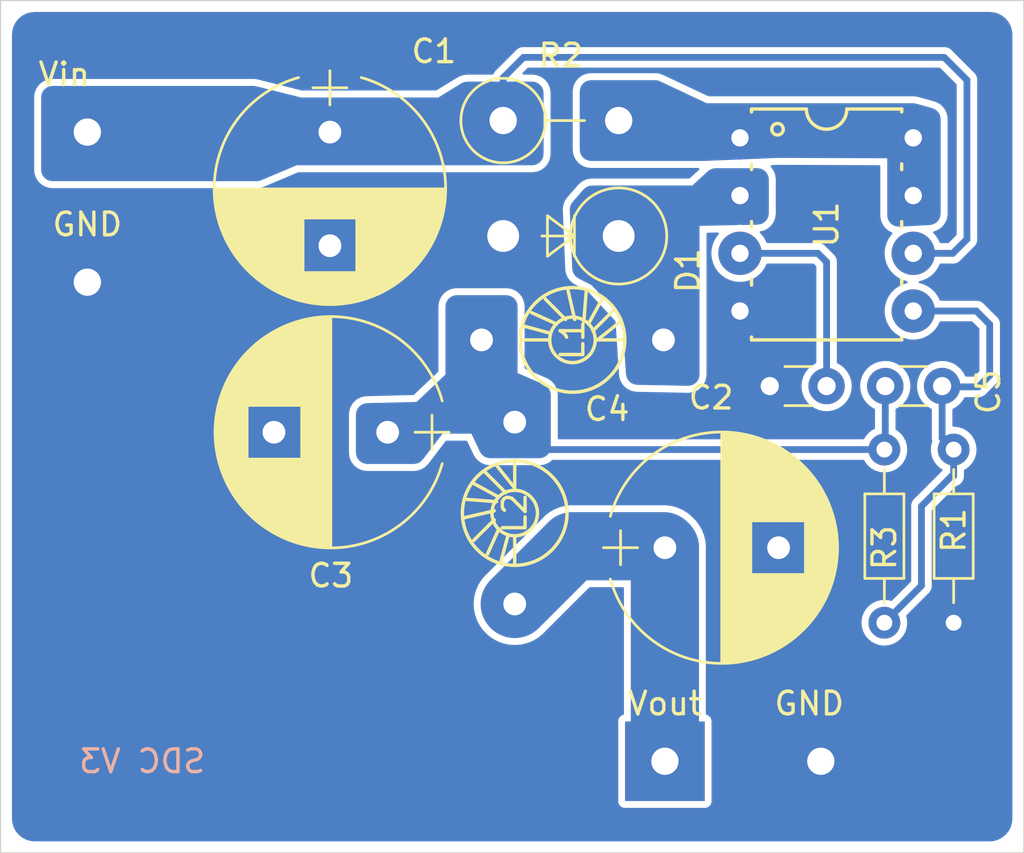
<source format=kicad_pcb>
(kicad_pcb (version 20211014) (generator pcbnew)
  (layers (0 "F.Cu" signal) (31 "B.Cu" signal) (34 "B.Paste" user) (35 "F.Paste" user) (36 "B.SilkS" user "B.Silkscreen") (37 "F.SilkS" user "F.Silkscreen") (38 "B.Mask" user) (39 "F.Mask" user) (44 "Edge.Cuts" user))
  (net 0 "")
  (net 1 "GNDREF")
  (net 2 "VCC")
  (net 3 "Net-(C2-Pad1)")
  (net 4 "Vout1")
  (net 5 "Vout2")
  (net 6 "Net-(D1-Pad1)")
  (net 7 "Net-(R2-Pad2)")
  (net 8 "Net-(C5-Pad1)")
  (footprint "Capacitors_ThroughHole:CP_Radial_D10.0mm_P5.00mm" (layer "F.Cu") (at 125.984 81.788 -90)
    (fp_text reference "C1" (at -3.556 -4.572 180) (layer "F.SilkS"))
    (fp_text value "100uF25v")
    (pad "1" thru_hole rect locked (at 0 0 270) (size 2 2) (drill 1) (layers *.Cu *.Mask) (net 2 "VCC"))
    (pad "2" thru_hole circle locked (at 5 0 270) (size 2 2) (drill 1) (layers *.Cu *.Mask) (net 1 "GNDREF"))
  )
  (footprint "Capacitors_ThroughHole:C_Disc_D3.0mm_W1.6mm_P2.50mm" (layer "F.Cu") (at 147.828 92.964 180)
    (fp_text reference "C2" (at 5.08 -0.508) (layer "F.SilkS"))
    (fp_text value "470pF")
    (pad "1" thru_hole circle locked (at 0 0 180) (size 1.6 1.6) (drill 0.8) (layers *.Cu *.Mask) (net 3 "Net-(C2-Pad1)"))
    (pad "2" thru_hole circle locked (at 2.5 0 180) (size 1.6 1.6) (drill 0.8) (layers *.Cu *.Mask) (net 1 "GNDREF"))
  )
  (footprint "Capacitors_ThroughHole:CP_Radial_D10.0mm_P5.00mm" (layer "F.Cu") (at 128.524 94.996 180)
    (fp_text reference "C3" (at 2.5 -6.31) (layer "F.SilkS"))
    (fp_text value "470uF25v")
    (pad "1" thru_hole rect locked (at 0 0 180) (size 2 2) (drill 1) (layers *.Cu *.Mask) (net 4 "Vout1"))
    (pad "2" thru_hole circle locked (at 5 0 180) (size 2 2) (drill 1) (layers *.Cu *.Mask) (net 1 "GNDREF"))
  )
  (footprint "Capacitors_ThroughHole:CP_Radial_D10.0mm_P5.00mm" (layer "F.Cu") (at 140.716 100.076)
    (fp_text reference "C4" (at -2.54 -6.096) (layer "F.SilkS"))
    (fp_text value "100uF25v")
    (pad "1" thru_hole rect locked (at 0 0) (size 2 2) (drill 1) (layers *.Cu *.Mask) (net 5 "Vout2"))
    (pad "2" thru_hole circle locked (at 5 0) (size 2 2) (drill 1) (layers *.Cu *.Mask) (net 1 "GNDREF"))
  )
  (footprint "Diodes_ThroughHole:D_5W_P5.08mm_Vertical_AnodeUp" (layer "F.Cu") (at 138.684 86.36 180)
    (fp_text reference "D1" (at -3.048 -1.524 270) (layer "F.SilkS"))
    (fp_text value "1N5819")
    (pad "1" thru_hole rect locked (at 0 0 180) (size 2.8 2.8) (drill 1.4) (layers *.Cu *.Mask) (net 6 "Net-(D1-Pad1)"))
    (pad "2" thru_hole oval locked (at 5.08 0 180) (size 2.8 2.8) (drill 1.4) (layers *.Cu *.Mask) (net 1 "GNDREF"))
  )
  (footprint "Choke_Toroid_ThroughHole:Choke_Toroid_horizontal_Diameter4-5mm_Amidon-T16" (layer "F.Cu") (at 136.652 90.932 180)
    (fp_text reference "L1" (at 0 0 270) (layer "F.SilkS"))
    (fp_text value "150uH")
    (pad "1" thru_hole circle locked (at -4.0005 0 180) (size 2.49936 2.49936) (drill 1.00076) (layers *.Cu *.Mask) (net 6 "Net-(D1-Pad1)"))
    (pad "2" thru_hole circle locked (at 4.0005 0 180) (size 2.49936 2.49936) (drill 1.00076) (layers *.Cu *.Mask) (net 4 "Vout1"))
  )
  (footprint "Choke_Toroid_ThroughHole:Choke_Toroid_horizontal_Diameter4-5mm_Amidon-T16" (layer "F.Cu") (at 134.112 98.552 -90)
    (fp_text reference "L2" (at 0 0 90) (layer "F.SilkS"))
    (fp_text value "150uH")
    (pad "1" thru_hole circle locked (at -4.0005 0 270) (size 2.49936 2.49936) (drill 1.00076) (layers *.Cu *.Mask) (net 4 "Vout1"))
    (pad "2" thru_hole circle locked (at 4.0005 0 270) (size 2.49936 2.49936) (drill 1.00076) (layers *.Cu *.Mask) (net 5 "Vout2"))
  )
  (footprint "Resistors_ThroughHole:R_Axial_DIN0204_L3.6mm_D1.6mm_P7.62mm_Horizontal" (layer "F.Cu") (at 153.416 95.758 -90)
    (fp_text reference "R1" (at 3.556 0 90) (layer "F.SilkS"))
    (fp_text value "1.2K")
    (pad "1" thru_hole circle locked (at 0 0 270) (size 1.4 1.4) (drill 0.7) (layers *.Cu *.Mask) (net 8 "Net-(C5-Pad1)"))
    (pad "2" thru_hole oval locked (at 7.62 0 270) (size 1.4 1.4) (drill 0.7) (layers *.Cu *.Mask) (net 1 "GNDREF"))
  )
  (footprint "Resistors_ThroughHole:R_Axial_DIN0411_L9.9mm_D3.6mm_P5.08mm_Vertical" (layer "F.Cu") (at 133.604 81.28)
    (fp_text reference "R2" (at 2.54 -2.86) (layer "F.SilkS"))
    (fp_text value "0R2 1/2W")
    (pad "1" thru_hole circle locked (at 0 0) (size 2.4 2.4) (drill 1.2) (layers *.Cu *.Mask) (net 2 "VCC"))
    (pad "2" thru_hole oval locked (at 5.08 0) (size 2.4 2.4) (drill 1.2) (layers *.Cu *.Mask) (net 7 "Net-(R2-Pad2)"))
  )
  (footprint "Resistors_ThroughHole:R_Axial_DIN0204_L3.6mm_D1.6mm_P7.62mm_Horizontal" (layer "F.Cu") (at 150.368 103.378 90)
    (fp_text reference "R3" (at 3.302 0 90) (layer "F.SilkS"))
    (fp_text value "3.6K")
    (pad "1" thru_hole circle locked (at 0 0 90) (size 1.4 1.4) (drill 0.7) (layers *.Cu *.Mask) (net 8 "Net-(C5-Pad1)"))
    (pad "2" thru_hole oval locked (at 7.62 0 90) (size 1.4 1.4) (drill 0.7) (layers *.Cu *.Mask) (net 4 "Vout1"))
  )
  (footprint "Power_Integrations:PDIP-8" (layer "F.Cu") (at 147.828 85.852 -90)
    (fp_text reference "U1" (at 0 0 90) (layer "F.SilkS"))
    (fp_text value "MC34063AP")
    (pad "1" thru_hole circle locked (at -3.81 3.81 270) (size 1.905 1.905) (drill 0.762) (layers *.Cu *.Mask) (net 7 "Net-(R2-Pad2)"))
    (pad "2" thru_hole circle locked (at -1.27 3.81 270) (size 1.905 1.905) (drill 0.762) (layers *.Cu *.Mask) (net 6 "Net-(D1-Pad1)"))
    (pad "3" thru_hole circle locked (at 1.27 3.81 270) (size 1.905 1.905) (drill 0.762) (layers *.Cu *.Mask) (net 3 "Net-(C2-Pad1)"))
    (pad "4" thru_hole circle locked (at 3.81 3.81 270) (size 1.905 1.905) (drill 0.762) (layers *.Cu *.Mask) (net 1 "GNDREF"))
    (pad "5" thru_hole circle locked (at 3.81 -3.81 270) (size 1.905 1.905) (drill 0.762) (layers *.Cu *.Mask) (net 8 "Net-(C5-Pad1)"))
    (pad "6" thru_hole circle locked (at 1.27 -3.81 270) (size 1.905 1.905) (drill 0.762) (layers *.Cu *.Mask) (net 2 "VCC"))
    (pad "7" thru_hole circle locked (at -1.27 -3.81 270) (size 1.905 1.905) (drill 0.762) (layers *.Cu *.Mask) (net 7 "Net-(R2-Pad2)"))
    (pad "8" thru_hole circle locked (at -3.81 -3.81 270) (size 1.905 1.905) (drill 0.762) (layers *.Cu *.Mask) (net 7 "Net-(R2-Pad2)"))
  )
  (footprint "Wire_Pads:SolderWirePad_single_1-2mmDrill" (layer "F.Cu") (at 115.316 88.392)
    (fp_text reference "GND" (at 0 -2.54) (layer "F.SilkS"))
    (fp_text value "SolderWirePad_single_1-2mmDrill" hide)
    (pad "2" thru_hole circle locked (at 0 0) (size 3.50012 3.50012) (drill 1.19888) (layers *.Cu *.Mask) (net 1 "GNDREF"))
  )
  (footprint "Wire_Pads:SolderWirePad_single_1-2mmDrill" (layer "F.Cu") (at 140.716 109.474)
    (fp_text reference "Vout" (at 0 -2.54) (layer "F.SilkS"))
    (fp_text value "SolderWirePad_single_1-2mmDrill" hide)
    (pad "3" thru_hole rect locked (at 0 0) (size 3.50012 3.50012) (drill 1.19888) (layers *.Cu *.Mask) (net 5 "Vout2"))
  )
  (footprint "Wire_Pads:SolderWirePad_single_1-2mmDrill" (layer "F.Cu") (at 147.574 109.474)
    (fp_text reference "GND" (at -0.508 -2.54) (layer "F.SilkS"))
    (fp_text value "SolderWirePad_single_1-2mmDrill" hide)
    (pad "4" thru_hole circle locked (at 0 0) (size 3.50012 3.50012) (drill 1.19888) (layers *.Cu *.Mask) (net 1 "GNDREF"))
  )
  (footprint "Capacitors_ThroughHole:C_Disc_D3.0mm_W1.6mm_P2.50mm" (layer "F.Cu") (at 152.908 92.964 180)
    (fp_text reference "C5" (at -2.032 -0.254 90) (layer "F.SilkS"))
    (fp_text value "22nF")
    (pad "1" thru_hole circle locked (at 0 0 180) (size 1.6 1.6) (drill 0.8) (layers *.Cu *.Mask) (net 8 "Net-(C5-Pad1)"))
    (pad "2" thru_hole circle locked (at 2.5 0 180) (size 1.6 1.6) (drill 0.8) (layers *.Cu *.Mask) (net 4 "Vout1"))
  )
  (footprint "Wire_Pads:SolderWirePad_single_1-2mmDrill" (layer "F.Cu") (at 115.316 81.788)
    (fp_text reference "Vin" (at -1.016 -2.54) (layer "F.SilkS"))
    (fp_text value "SolderWirePad_single_1-2mmDrill" hide)
    (pad "1" thru_hole rect locked (at 0 0) (size 3.50012 3.50012) (drill 1.19888) (layers *.Cu *.Mask) (net 2 "VCC"))
  )
  (gr_line (start 156.5 76) (end 156.5 113.5) (layer "Edge.Cuts") (width 0.05))
  (gr_line (start 111.5 113.5) (end 111.5 76) (layer "Edge.Cuts") (width 0.05))
  (gr_line (start 111.5 76) (end 156.5 76) (layer "Edge.Cuts") (width 0.05))
  (gr_line (start 156.5 113.5) (end 111.5 113.5) (layer "Edge.Cuts") (width 0.05))
  (gr_text "SDC V3" (at 117.729 109.474) (layer "B.SilkS") (effects (font (size 1 1)) (justify mirror)))
  (segment (start 153 78.5) (end 134.5 78.5) (width 0.3) (layer "B.Cu") (net 2))
  (segment (start 133.604 79.396) (end 133.604 81.28) (width 0.3) (layer "B.Cu") (net 2))
  (segment (start 151.638 87.122) (end 153.378 87.122) (width 0.3) (layer "B.Cu") (net 2))
  (segment (start 154 79.5) (end 153 78.5) (width 0.3) (layer "B.Cu") (net 2))
  (segment (start 133.604 79.6925) (end 133.604 81.28) (width 0.25) (layer "B.Cu") (net 2))
  (segment (start 153.378 87.122) (end 154 86.5) (width 0.3) (layer "B.Cu") (net 2))
  (segment (start 154 86.5) (end 154 79.5) (width 0.3) (layer "B.Cu") (net 2))
  (segment (start 134.5 78.5) (end 133.604 79.396) (width 0.3) (layer "B.Cu") (net 2))
  (segment (start 147.828 87.503) (end 147.447 87.122) (width 0.3) (layer "B.Cu") (net 3))
  (segment (start 147.828 92.964) (end 147.828 87.503) (width 0.3) (layer "B.Cu") (net 3))
  (segment (start 144.018 87.122) (end 147.447 87.122) (width 0.3) (layer "B.Cu") (net 3))
  (segment (start 135.3185 95.758) (end 150.368 95.758) (width 0.3) (layer "B.Cu") (net 4))
  (segment (start 134.112 94.5515) (end 135.3185 95.758) (width 0.3) (layer "B.Cu") (net 4))
  (segment (start 150.408 95.718) (end 150.368 95.758) (width 0.3) (layer "B.Cu") (net 4))
  (segment (start 150.408 92.964) (end 150.408 95.718) (width 0.3) (layer "B.Cu") (net 4))
  (segment (start 140.716 100.076) (end 140.716 109.474) (width 3) (layer "B.Cu") (net 5))
  (segment (start 134.112 102.5525) (end 136.652 100.0125) (width 3) (layer "B.Cu") (net 5))
  (segment (start 140.6525 100.0125) (end 140.716 100.076) (width 3) (layer "B.Cu") (net 5))
  (segment (start 136.652 100.0125) (end 140.6525 100.0125) (width 3) (layer "B.Cu") (net 5))
  (segment (start 152.944 93) (end 152.908 92.964) (width 0.3) (layer "B.Cu") (net 8))
  (segment (start 155 92.5) (end 154.5 93) (width 0.3) (layer "B.Cu") (net 8))
  (segment (start 154.5 93) (end 152.944 93) (width 0.3) (layer "B.Cu") (net 8))
  (segment (start 152 101.746) (end 150.368 103.378) (width 0.3) (layer "B.Cu") (net 8))
  (segment (start 153.334 96.916) (end 152 98.25) (width 0.3) (layer "B.Cu") (net 8))
  (segment (start 151.638 89.662) (end 154.412 89.662) (width 0.3) (layer "B.Cu") (net 8))
  (segment (start 152 98.25) (end 152 101.746) (width 0.3) (layer "B.Cu") (net 8))
  (segment (start 155 90.25) (end 155 92.5) (width 0.3) (layer "B.Cu") (net 8))
  (segment (start 154.412 89.662) (end 155 90.25) (width 0.3) (layer "B.Cu") (net 8))
  (segment (start 153.416 95.758) (end 153.416 96.916) (width 0.3) (layer "B.Cu") (net 8))
  (segment (start 152.908 92.964) (end 152.908 95.25) (width 0.3) (layer "B.Cu") (net 8))
  (segment (start 153.416 96.916) (end 153.334 96.916) (width 0.3) (layer "B.Cu") (net 8))
  (segment (start 152.908 95.25) (end 153.416 95.758) (width 0.3) (layer "B.Cu") (net 8))
  (zone (net 4) (net_name "Vout1") (layer "B.Cu") (priority 1) (connect_pads yes (clearance 0.3)) (min_thickness 0.1) (fill yes (thermal_gap 0.508) (thermal_bridge_width 0.508) (smoothing fillet) (radius 0.5))
    (polygon (pts (xy 134.239 92.3925) (xy 135.6995 93.0275) (xy 135.6995 96.139) (xy 132.715 96.139) (xy 132.207 95.0595) (xy 130.937 95.0595) (xy 129.921 96.393) (xy 127.127 96.393) (xy 127.127 93.726) (xy 129.794 93.6625) (xy 131.064 92.456) (xy 131.064 88.9635) (xy 134.239 88.9635)))
  )
  (zone (net 2) (net_name "VCC") (layer "B.Cu") (priority 1) (connect_pads yes (clearance 0.2)) (min_thickness 0.2) (fill yes (thermal_gap 0.508) (thermal_bridge_width 0.508) (smoothing fillet) (radius 0.5))
    (polygon (pts (xy 135.382 83.2485) (xy 124.5235 83.2485) (xy 122.8725 83.947) (xy 113.284 83.947) (xy 113.284 79.756) (xy 122.682 79.756) (xy 124.714 80.264) (xy 130.7465 80.264) (xy 131.8895 79.5655) (xy 135.382 79.5655)))
  )
  (zone (net 7) (net_name "Net-(R2-Pad2)") (layer "B.Cu") (priority 1) (connect_pads yes (clearance 0.2)) (min_thickness 0.2) (fill yes (thermal_gap 0.508) (thermal_bridge_width 0.508) (smoothing fillet) (radius 0.5))
    (polygon (pts (xy 142.5575 80.518) (xy 151.7015 80.518) (xy 152.8445 80.8355) (xy 152.8445 85.852) (xy 150.495 85.979) (xy 150.495 82.938938) (xy 145.70075 82.923063) (xy 142.4305 83.058) (xy 140.3985 83.058) (xy 136.9695 83.058) (xy 136.9695 79.502) (xy 140.3985 79.502)))
  )
  (zone (net 1) (net_name "GNDREF") (layer "B.Cu") (connect_pads yes (clearance 0.3)) (min_thickness 0.1) (fill yes (thermal_gap 0.508) (thermal_bridge_width 0.508) (smoothing fillet) (radius 1))
    (polygon (pts (xy 156 113) (xy 112 113) (xy 112 76.5) (xy 156 76.5)))
  )
  (zone (net 6) (net_name "Net-(D1-Pad1)") (layer "B.Cu") (priority 1) (connect_pads yes (clearance 0.3)) (min_thickness 0.1) (fill yes (thermal_gap 0.508) (thermal_bridge_width 0.508) (smoothing fillet) (radius 0.5))
    (polygon (pts (xy 145.288 85.852) (xy 142.24 85.9155) (xy 142.24 87.1855) (xy 142.24 88.2015) (xy 142.24 92.964) (xy 139.03325 92.9005) (xy 138.84275 89.9795) (xy 137.492828 88.525569) (xy 136.652 88.090375) (xy 136.525 85.010625) (xy 137.287 84.1375) (xy 141.9225 84.1375) (xy 142.748 83.3755) (xy 145.288 83.3755)))
  )
)
</source>
